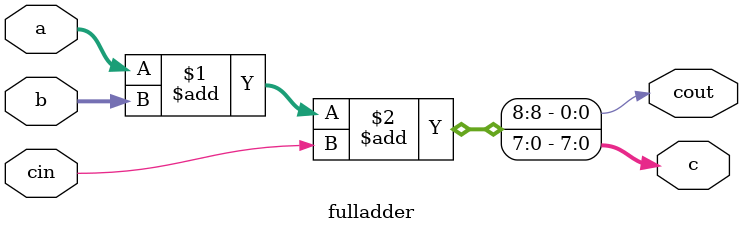
<source format=sv>
module fulladder 
	#(parameter n = 8) 
		(input logic [n-1:0] a, b, 
		 input logic cin, 
		 output logic [n-1:0] c, 
		 output logic cout);

	assign {cout, c} = a + b + cin;	
													
endmodule

</source>
